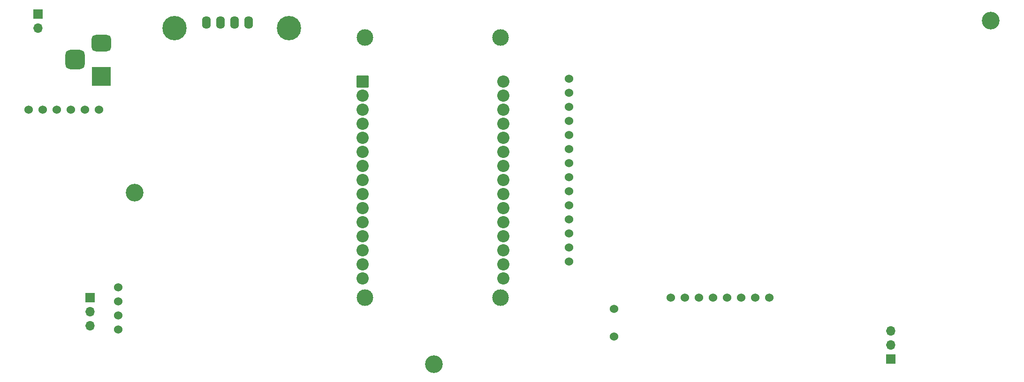
<source format=gbr>
%TF.GenerationSoftware,KiCad,Pcbnew,8.0.5*%
%TF.CreationDate,2024-09-17T15:06:14-05:00*%
%TF.ProjectId,ciclocomputador,6369636c-6f63-46f6-9d70-757461646f72,rev?*%
%TF.SameCoordinates,Original*%
%TF.FileFunction,Soldermask,Top*%
%TF.FilePolarity,Negative*%
%FSLAX46Y46*%
G04 Gerber Fmt 4.6, Leading zero omitted, Abs format (unit mm)*
G04 Created by KiCad (PCBNEW 8.0.5) date 2024-09-17 15:06:14*
%MOMM*%
%LPD*%
G01*
G04 APERTURE LIST*
G04 Aperture macros list*
%AMRoundRect*
0 Rectangle with rounded corners*
0 $1 Rounding radius*
0 $2 $3 $4 $5 $6 $7 $8 $9 X,Y pos of 4 corners*
0 Add a 4 corners polygon primitive as box body*
4,1,4,$2,$3,$4,$5,$6,$7,$8,$9,$2,$3,0*
0 Add four circle primitives for the rounded corners*
1,1,$1+$1,$2,$3*
1,1,$1+$1,$4,$5*
1,1,$1+$1,$6,$7*
1,1,$1+$1,$8,$9*
0 Add four rect primitives between the rounded corners*
20,1,$1+$1,$2,$3,$4,$5,0*
20,1,$1+$1,$4,$5,$6,$7,0*
20,1,$1+$1,$6,$7,$8,$9,0*
20,1,$1+$1,$8,$9,$2,$3,0*%
G04 Aperture macros list end*
%ADD10C,3.200000*%
%ADD11C,1.524000*%
%ADD12RoundRect,0.102000X-1.000000X-1.000000X1.000000X-1.000000X1.000000X1.000000X-1.000000X1.000000X0*%
%ADD13C,2.204000*%
%ADD14C,3.000000*%
%ADD15O,1.700000X1.700000*%
%ADD16R,1.700000X1.700000*%
%ADD17R,3.500000X3.500000*%
%ADD18RoundRect,0.750000X-1.000000X0.750000X-1.000000X-0.750000X1.000000X-0.750000X1.000000X0.750000X0*%
%ADD19RoundRect,0.875000X-0.875000X0.875000X-0.875000X-0.875000X0.875000X-0.875000X0.875000X0.875000X0*%
%ADD20C,4.400000*%
%ADD21O,1.600000X2.300000*%
G04 APERTURE END LIST*
D10*
%TO.C,REF\u002A\u002A*%
X98500000Y-115500000D03*
%TD*%
%TO.C,REF\u002A\u002A*%
X152500000Y-146500000D03*
%TD*%
D11*
%TO.C,U2*%
X95497500Y-140222500D03*
X95497500Y-137682500D03*
X95497500Y-135142500D03*
X95497500Y-132602500D03*
%TD*%
%TO.C,U5*%
X213000000Y-134500000D03*
X210460000Y-134500000D03*
X207920000Y-134500000D03*
X205380000Y-134500000D03*
X202840000Y-134500000D03*
X200300000Y-134500000D03*
X197760000Y-134500000D03*
X195220000Y-134500000D03*
%TD*%
%TO.C,U4*%
X92040000Y-100570000D03*
X89500000Y-100570000D03*
X86960000Y-100570000D03*
X84420000Y-100570000D03*
X81880000Y-100570000D03*
X79340000Y-100570000D03*
%TD*%
D12*
%TO.C,U1*%
X139600000Y-95500000D03*
D13*
X139600000Y-98040000D03*
X139600000Y-100580000D03*
X139600000Y-103120000D03*
X139600000Y-105660000D03*
X139600000Y-108200000D03*
X139600000Y-110740000D03*
X139600000Y-113280000D03*
X139600000Y-115820000D03*
X139600000Y-118360000D03*
X139600000Y-120900000D03*
X139600000Y-123440000D03*
X139600000Y-125980000D03*
X139600000Y-128520000D03*
X139600000Y-131060000D03*
X165000000Y-95500000D03*
X165000000Y-98040000D03*
X165000000Y-100580000D03*
X165000000Y-103120000D03*
X165000000Y-105660000D03*
X165000000Y-108200000D03*
X165000000Y-110740000D03*
X165000000Y-113280000D03*
X165000000Y-115820000D03*
X165000000Y-118360000D03*
X165000000Y-120900000D03*
X165000000Y-123440000D03*
X165000000Y-125980000D03*
X165000000Y-128520000D03*
X165000000Y-131060000D03*
D14*
X140020000Y-134490000D03*
X164530000Y-134490000D03*
X164530000Y-87540000D03*
X140020000Y-87540000D03*
%TD*%
D15*
%TO.C,J4*%
X235000000Y-140500000D03*
X235000000Y-143040000D03*
D16*
X235000000Y-145580000D03*
%TD*%
D17*
%TO.C,J3*%
X92457500Y-94500000D03*
D18*
X92457500Y-88500000D03*
D19*
X87757500Y-91500000D03*
%TD*%
D16*
%TO.C,J1*%
X90400000Y-134475000D03*
D15*
X90400000Y-137015000D03*
X90400000Y-139555000D03*
%TD*%
D16*
%TO.C,BT1*%
X81025000Y-83250000D03*
D15*
X81025000Y-85790000D03*
%TD*%
D11*
%TO.C,SW1*%
X185000000Y-141500000D03*
X185000000Y-136500000D03*
%TD*%
%TO.C,2.4tft1*%
X176910000Y-128000000D03*
X176910000Y-125460000D03*
X176910000Y-122920000D03*
X176910000Y-120380000D03*
X176910000Y-117840000D03*
X176910000Y-115300000D03*
X176910000Y-112760000D03*
X176910000Y-110220000D03*
X176910000Y-107680000D03*
X176910000Y-105140000D03*
X176910000Y-102600000D03*
X176910000Y-100060000D03*
X176910000Y-97520000D03*
X176910000Y-94980000D03*
%TD*%
D20*
%TO.C,gpsneo1*%
X105700000Y-85800000D03*
X126300000Y-85800000D03*
D21*
X111450000Y-84800000D03*
X113990000Y-84800000D03*
X116530000Y-84800000D03*
X119070000Y-84800000D03*
%TD*%
D10*
%TO.C,REF\u002A\u002A*%
X253000000Y-84500000D03*
%TD*%
M02*

</source>
